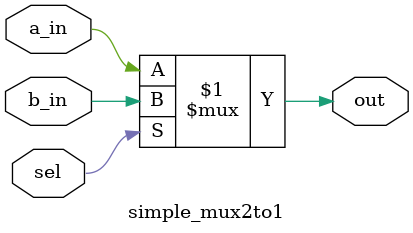
<source format=v>

module simple_mux2to1
(
    input a_in,
    input b_in,
    input sel,
    output wire out
);

   assign out = sel ? b_in : a_in;

endmodule


</source>
